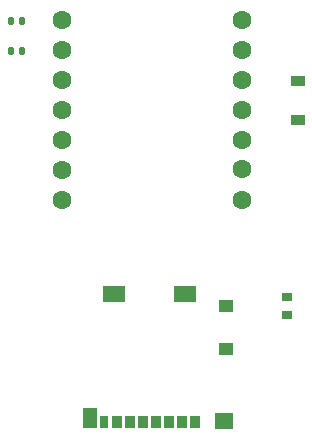
<source format=gbr>
%TF.GenerationSoftware,KiCad,Pcbnew,(6.0.7-1)-1*%
%TF.CreationDate,2022-09-20T15:59:29-07:00*%
%TF.ProjectId,sd_bt_qtpy,73645f62-745f-4717-9470-792e6b696361,rev?*%
%TF.SameCoordinates,Original*%
%TF.FileFunction,Soldermask,Top*%
%TF.FilePolarity,Negative*%
%FSLAX46Y46*%
G04 Gerber Fmt 4.6, Leading zero omitted, Abs format (unit mm)*
G04 Created by KiCad (PCBNEW (6.0.7-1)-1) date 2022-09-20 15:59:29*
%MOMM*%
%LPD*%
G01*
G04 APERTURE LIST*
G04 Aperture macros list*
%AMRoundRect*
0 Rectangle with rounded corners*
0 $1 Rounding radius*
0 $2 $3 $4 $5 $6 $7 $8 $9 X,Y pos of 4 corners*
0 Add a 4 corners polygon primitive as box body*
4,1,4,$2,$3,$4,$5,$6,$7,$8,$9,$2,$3,0*
0 Add four circle primitives for the rounded corners*
1,1,$1+$1,$2,$3*
1,1,$1+$1,$4,$5*
1,1,$1+$1,$6,$7*
1,1,$1+$1,$8,$9*
0 Add four rect primitives between the rounded corners*
20,1,$1+$1,$2,$3,$4,$5,0*
20,1,$1+$1,$4,$5,$6,$7,0*
20,1,$1+$1,$6,$7,$8,$9,0*
20,1,$1+$1,$8,$9,$2,$3,0*%
G04 Aperture macros list end*
%ADD10R,0.850000X1.100000*%
%ADD11R,0.750000X1.100000*%
%ADD12R,1.200000X1.000000*%
%ADD13R,1.550000X1.350000*%
%ADD14R,1.170000X1.800000*%
%ADD15R,1.900000X1.350000*%
%ADD16C,1.600000*%
%ADD17R,1.200000X0.900000*%
%ADD18RoundRect,0.140000X0.140000X0.170000X-0.140000X0.170000X-0.140000X-0.170000X0.140000X-0.170000X0*%
%ADD19R,0.864000X0.787000*%
G04 APERTURE END LIST*
D10*
%TO.C,J1*%
X165605000Y-100950000D03*
X164505000Y-100950000D03*
X163405000Y-100950000D03*
X162305000Y-100950000D03*
X161205000Y-100950000D03*
X160105000Y-100950000D03*
X159005000Y-100950000D03*
D11*
X157955000Y-100950000D03*
D12*
X168240000Y-94800000D03*
X168240000Y-91100000D03*
D13*
X168065000Y-100825000D03*
D14*
X156745000Y-100600000D03*
D15*
X158770000Y-90125000D03*
X164740000Y-90125000D03*
%TD*%
D16*
%TO.C,U2*%
X154380000Y-66880000D03*
X154380000Y-69420000D03*
X154380000Y-71960000D03*
X154380000Y-74500000D03*
X154380000Y-77040000D03*
X154380000Y-79580000D03*
X154380000Y-82120000D03*
X169620000Y-82120000D03*
X169620000Y-79500000D03*
X169620000Y-77040000D03*
X169620000Y-74500000D03*
X169620000Y-71960000D03*
X169620000Y-69420000D03*
X169620000Y-66880000D03*
%TD*%
D17*
%TO.C,D1*%
X174300000Y-72050000D03*
X174300000Y-75350000D03*
%TD*%
D18*
%TO.C,C2*%
X150980000Y-69500000D03*
X150020000Y-69500000D03*
%TD*%
D19*
%TO.C,R1*%
X173400000Y-90325500D03*
X173400000Y-91874500D03*
%TD*%
D18*
%TO.C,C1*%
X150980000Y-67000000D03*
X150020000Y-67000000D03*
%TD*%
M02*

</source>
